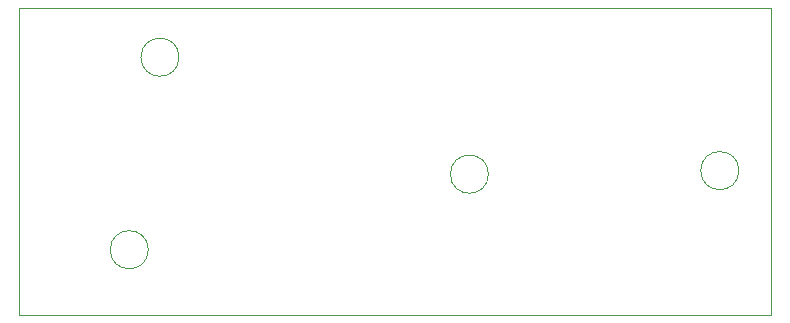
<source format=gbr>
%TF.GenerationSoftware,KiCad,Pcbnew,7.0.9*%
%TF.CreationDate,2024-06-09T17:27:21-04:00*%
%TF.ProjectId,PedalboardMain,50656461-6c62-46f6-9172-644d61696e2e,rev?*%
%TF.SameCoordinates,Original*%
%TF.FileFunction,Profile,NP*%
%FSLAX46Y46*%
G04 Gerber Fmt 4.6, Leading zero omitted, Abs format (unit mm)*
G04 Created by KiCad (PCBNEW 7.0.9) date 2024-06-09 17:27:21*
%MOMM*%
%LPD*%
G01*
G04 APERTURE LIST*
%TA.AperFunction,Profile*%
%ADD10C,0.100000*%
%TD*%
G04 APERTURE END LIST*
D10*
X162712452Y-91100000D02*
G75*
G03*
X162712452Y-91100000I-1612452J0D01*
G01*
X133912452Y-97500000D02*
G75*
G03*
X133912452Y-97500000I-1612452J0D01*
G01*
X123000000Y-77000000D02*
X186600000Y-77000000D01*
X186600000Y-103000000D01*
X123000000Y-103000000D01*
X123000000Y-77000000D01*
X183912452Y-90800000D02*
G75*
G03*
X183912452Y-90800000I-1612452J0D01*
G01*
X136512452Y-81200000D02*
G75*
G03*
X136512452Y-81200000I-1612452J0D01*
G01*
M02*

</source>
